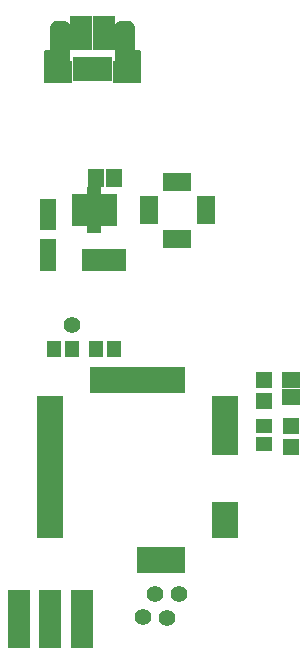
<source format=gtp>
G04*
G04 #@! TF.GenerationSoftware,Altium Limited,Altium Designer,20.2.7 (254)*
G04*
G04 Layer_Color=8421504*
%FSLAX44Y44*%
%MOMM*%
G71*
G04*
G04 #@! TF.SameCoordinates,376ED358-1AEA-4EEA-9480-C934229D8A07*
G04*
G04*
G04 #@! TF.FilePolarity,Positive*
G04*
G01*
G75*
%ADD14R,2.4000X1.5000*%
%ADD15R,1.5000X2.4000*%
%ADD16R,1.0000X0.6400*%
%ADD17R,2.0500X2.8000*%
%ADD18R,0.6500X1.0000*%
%ADD19R,1.8500X1.9500*%
%ADD20R,1.4000X1.5000*%
%ADD21R,1.4500X1.4500*%
%ADD22C,1.4000*%
%ADD23R,1.2000X1.4000*%
%ADD24R,1.4500X1.4000*%
%ADD25R,1.4000X1.2000*%
%ADD26R,0.8000X2.1500*%
%ADD27R,1.8250X2.9000*%
%ADD28R,1.9000X4.9000*%
%ADD29R,1.1000X2.2000*%
%ADD30R,2.2000X1.1000*%
%ADD31R,1.5000X1.4000*%
%ADD32R,2.4000X1.8600*%
G36*
X1975778Y1657458D02*
X1975824Y1657458D01*
X1976254Y1657438D01*
X1976265Y1657437D01*
X1976276Y1657437D01*
X1976362Y1657428D01*
X1976450Y1657420D01*
X1976460Y1657418D01*
X1976471Y1657416D01*
X1976886Y1657351D01*
X1976892Y1657350D01*
X1976898Y1657350D01*
X1976989Y1657330D01*
X1977078Y1657312D01*
X1977084Y1657310D01*
X1977090Y1657308D01*
X1977486Y1657203D01*
X1977494Y1657201D01*
X1977503Y1657198D01*
X1977588Y1657171D01*
X1977673Y1657144D01*
X1977681Y1657140D01*
X1977690Y1657137D01*
X1978080Y1656987D01*
X1978101Y1656978D01*
X1978123Y1656970D01*
X1978191Y1656938D01*
X1978260Y1656908D01*
X1978280Y1656896D01*
X1978301Y1656886D01*
X1978621Y1656716D01*
X1978653Y1656697D01*
X1978687Y1656680D01*
X1978996Y1656500D01*
X1979015Y1656488D01*
X1979034Y1656478D01*
X1979097Y1656434D01*
X1979161Y1656393D01*
X1979178Y1656380D01*
X1979196Y1656367D01*
X1979521Y1656122D01*
X1979553Y1656095D01*
X1979586Y1656071D01*
X1979629Y1656033D01*
X1979672Y1655996D01*
X1979701Y1655967D01*
X1979732Y1655939D01*
X1979997Y1655674D01*
X1980022Y1655647D01*
X1980048Y1655621D01*
X1980309Y1655341D01*
X1980334Y1655310D01*
X1980361Y1655282D01*
X1980397Y1655235D01*
X1980435Y1655190D01*
X1980457Y1655158D01*
X1980482Y1655126D01*
X1980692Y1654826D01*
X1980718Y1654785D01*
X1980746Y1654744D01*
X1980966Y1654394D01*
X1980988Y1654355D01*
X1981012Y1654317D01*
X1981037Y1654269D01*
X1981063Y1654223D01*
X1981081Y1654182D01*
X1981101Y1654141D01*
X1981261Y1653781D01*
X1981283Y1653726D01*
X1981306Y1653671D01*
X1981426Y1653351D01*
X1981448Y1653282D01*
X1981472Y1653213D01*
X1981522Y1653043D01*
X1981535Y1652990D01*
X1981550Y1652937D01*
X1981590Y1652767D01*
X1981596Y1652734D01*
X1981605Y1652701D01*
X1981645Y1652501D01*
X1981646Y1652492D01*
X1981648Y1652483D01*
X1981688Y1652273D01*
X1981694Y1652229D01*
X1981703Y1652185D01*
X1981708Y1652131D01*
X1981715Y1652078D01*
X1981717Y1652034D01*
X1981721Y1651989D01*
X1981732Y1651769D01*
X1981731Y1651723D01*
X1981734Y1651678D01*
Y1651458D01*
Y1630958D01*
Y1623958D01*
X1981724Y1623762D01*
X1981695Y1623568D01*
X1981647Y1623377D01*
X1981581Y1623192D01*
X1981497Y1623014D01*
X1981396Y1622846D01*
X1981279Y1622688D01*
X1981147Y1622542D01*
X1981001Y1622410D01*
X1980844Y1622293D01*
X1980675Y1622192D01*
X1980497Y1622108D01*
X1980312Y1622042D01*
X1980122Y1621994D01*
X1979927Y1621965D01*
X1979731Y1621956D01*
X1961481D01*
X1961285Y1621965D01*
X1961091Y1621994D01*
X1960900Y1622042D01*
X1960715Y1622108D01*
X1960537Y1622192D01*
X1960369Y1622293D01*
X1960211Y1622410D01*
X1960065Y1622542D01*
X1959933Y1622688D01*
X1959816Y1622846D01*
X1959715Y1623014D01*
X1959631Y1623192D01*
X1959565Y1623377D01*
X1959517Y1623568D01*
X1959488Y1623762D01*
X1959479Y1623958D01*
Y1630958D01*
X1959488Y1631154D01*
X1959517Y1631349D01*
X1959565Y1631539D01*
X1959631Y1631724D01*
X1959715Y1631902D01*
X1959816Y1632071D01*
X1959933Y1632229D01*
X1960065Y1632374D01*
X1960211Y1632506D01*
X1960369Y1632623D01*
X1960537Y1632724D01*
X1960715Y1632808D01*
X1960900Y1632874D01*
X1961091Y1632922D01*
X1961285Y1632951D01*
X1961481Y1632961D01*
X1964729D01*
Y1651458D01*
X1964731Y1651509D01*
X1964731Y1651561D01*
X1964751Y1651951D01*
X1964757Y1652004D01*
X1964760Y1652058D01*
X1964800Y1652438D01*
X1964806Y1652479D01*
X1964810Y1652520D01*
X1964821Y1652576D01*
X1964830Y1652632D01*
X1964840Y1652672D01*
X1964848Y1652713D01*
X1964893Y1652891D01*
X1964908Y1652942D01*
X1964921Y1652992D01*
X1964976Y1653174D01*
X1964976Y1653174D01*
X1965086Y1653533D01*
X1965109Y1653598D01*
X1965131Y1653664D01*
X1965143Y1653691D01*
X1965153Y1653718D01*
X1965182Y1653780D01*
X1965210Y1653844D01*
X1965400Y1654224D01*
X1965438Y1654291D01*
X1965474Y1654358D01*
X1965684Y1654708D01*
X1965687Y1654712D01*
X1965689Y1654717D01*
X1965743Y1654796D01*
X1965793Y1654872D01*
X1965796Y1654875D01*
X1965799Y1654880D01*
X1966039Y1655200D01*
X1966084Y1655254D01*
X1966128Y1655310D01*
X1966388Y1655610D01*
X1966417Y1655640D01*
X1966444Y1655672D01*
X1966485Y1655711D01*
X1966524Y1655752D01*
X1966556Y1655779D01*
X1966586Y1655808D01*
X1966896Y1656078D01*
X1966949Y1656120D01*
X1967002Y1656164D01*
X1967332Y1656414D01*
X1967368Y1656439D01*
X1967402Y1656465D01*
X1967448Y1656494D01*
X1967494Y1656525D01*
X1967532Y1656546D01*
X1967569Y1656569D01*
X1967929Y1656769D01*
X1967977Y1656792D01*
X1968025Y1656819D01*
X1968395Y1656999D01*
X1968439Y1657017D01*
X1968482Y1657038D01*
X1968529Y1657056D01*
X1968576Y1657076D01*
X1968621Y1657090D01*
X1968666Y1657107D01*
X1969076Y1657237D01*
X1969093Y1657242D01*
X1969110Y1657247D01*
X1969188Y1657267D01*
X1969266Y1657287D01*
X1969283Y1657290D01*
X1969301Y1657294D01*
X1969611Y1657354D01*
X1969667Y1657362D01*
X1969723Y1657372D01*
X1970093Y1657422D01*
X1970173Y1657429D01*
X1970253Y1657438D01*
X1970623Y1657458D01*
X1970677Y1657458D01*
X1970731Y1657461D01*
X1975731D01*
X1975778Y1657458D01*
D02*
G37*
G36*
X2030285Y1657458D02*
X2030339Y1657458D01*
X2030709Y1657438D01*
X2030789Y1657429D01*
X2030869Y1657422D01*
X2031239Y1657373D01*
X2031295Y1657362D01*
X2031352Y1657354D01*
X2031662Y1657294D01*
X2031679Y1657290D01*
X2031696Y1657287D01*
X2031774Y1657267D01*
X2031853Y1657247D01*
X2031869Y1657242D01*
X2031886Y1657237D01*
X2032296Y1657107D01*
X2032341Y1657090D01*
X2032386Y1657076D01*
X2032433Y1657056D01*
X2032480Y1657038D01*
X2032523Y1657018D01*
X2032567Y1656999D01*
X2032937Y1656819D01*
X2032985Y1656793D01*
X2033034Y1656769D01*
X2033394Y1656569D01*
X2033430Y1656546D01*
X2033468Y1656525D01*
X2033514Y1656494D01*
X2033560Y1656465D01*
X2033594Y1656439D01*
X2033630Y1656414D01*
X2033960Y1656164D01*
X2034013Y1656120D01*
X2034066Y1656078D01*
X2034376Y1655808D01*
X2034407Y1655779D01*
X2034438Y1655752D01*
X2034477Y1655711D01*
X2034518Y1655672D01*
X2034545Y1655640D01*
X2034574Y1655610D01*
X2034834Y1655310D01*
X2034878Y1655254D01*
X2034923Y1655200D01*
X2035163Y1654880D01*
X2035166Y1654875D01*
X2035169Y1654872D01*
X2035219Y1654797D01*
X2035273Y1654717D01*
X2035276Y1654712D01*
X2035278Y1654709D01*
X2035488Y1654359D01*
X2035524Y1654291D01*
X2035562Y1654224D01*
X2035752Y1653844D01*
X2035780Y1653780D01*
X2035809Y1653718D01*
X2035819Y1653691D01*
X2035831Y1653664D01*
X2035853Y1653598D01*
X2035876Y1653533D01*
X2035986Y1653174D01*
X2035986Y1653174D01*
X2036042Y1652992D01*
X2036054Y1652942D01*
X2036069Y1652891D01*
X2036114Y1652713D01*
X2036122Y1652672D01*
X2036132Y1652632D01*
X2036141Y1652576D01*
X2036152Y1652520D01*
X2036156Y1652479D01*
X2036163Y1652438D01*
X2036203Y1652058D01*
X2036205Y1652004D01*
X2036211Y1651951D01*
X2036231Y1651561D01*
X2036231Y1651509D01*
X2036234Y1651458D01*
Y1632961D01*
X2039481D01*
X2039677Y1632951D01*
X2039872Y1632922D01*
X2040062Y1632874D01*
X2040247Y1632808D01*
X2040425Y1632724D01*
X2040594Y1632623D01*
X2040751Y1632506D01*
X2040897Y1632374D01*
X2041029Y1632229D01*
X2041146Y1632071D01*
X2041247Y1631902D01*
X2041331Y1631725D01*
X2041397Y1631539D01*
X2041445Y1631349D01*
X2041474Y1631154D01*
X2041483Y1630958D01*
Y1623958D01*
X2041474Y1623762D01*
X2041445Y1623568D01*
X2041397Y1623377D01*
X2041331Y1623192D01*
X2041247Y1623014D01*
X2041146Y1622846D01*
X2041029Y1622688D01*
X2040897Y1622542D01*
X2040751Y1622410D01*
X2040594Y1622293D01*
X2040425Y1622192D01*
X2040247Y1622108D01*
X2040062Y1622042D01*
X2039872Y1621994D01*
X2039677Y1621965D01*
X2039481Y1621956D01*
X2021231D01*
X2021035Y1621965D01*
X2020840Y1621994D01*
X2020650Y1622042D01*
X2020465Y1622108D01*
X2020287Y1622192D01*
X2020119Y1622293D01*
X2019961Y1622410D01*
X2019815Y1622542D01*
X2019683Y1622688D01*
X2019566Y1622846D01*
X2019465Y1623014D01*
X2019381Y1623192D01*
X2019315Y1623377D01*
X2019267Y1623568D01*
X2019238Y1623762D01*
X2019229Y1623958D01*
Y1630958D01*
Y1651458D01*
Y1651678D01*
X2019231Y1651723D01*
X2019231Y1651769D01*
X2019241Y1651989D01*
X2019245Y1652034D01*
X2019247Y1652078D01*
X2019254Y1652131D01*
X2019259Y1652185D01*
X2019268Y1652229D01*
X2019274Y1652273D01*
X2019314Y1652483D01*
X2019316Y1652492D01*
X2019318Y1652501D01*
X2019357Y1652701D01*
X2019366Y1652734D01*
X2019372Y1652767D01*
X2019412Y1652937D01*
X2019427Y1652990D01*
X2019440Y1653043D01*
X2019490Y1653213D01*
X2019514Y1653282D01*
X2019536Y1653351D01*
X2019656Y1653671D01*
X2019680Y1653726D01*
X2019701Y1653781D01*
X2019861Y1654141D01*
X2019882Y1654182D01*
X2019900Y1654223D01*
X2019926Y1654269D01*
X2019950Y1654317D01*
X2019974Y1654355D01*
X2019996Y1654394D01*
X2020216Y1654744D01*
X2020244Y1654785D01*
X2020271Y1654826D01*
X2020481Y1655126D01*
X2020505Y1655158D01*
X2020527Y1655190D01*
X2020565Y1655235D01*
X2020601Y1655282D01*
X2020628Y1655310D01*
X2020654Y1655341D01*
X2020914Y1655621D01*
X2020941Y1655647D01*
X2020965Y1655674D01*
X2021230Y1655939D01*
X2021261Y1655967D01*
X2021290Y1655996D01*
X2021333Y1656033D01*
X2021376Y1656071D01*
X2021409Y1656096D01*
X2021441Y1656122D01*
X2021766Y1656367D01*
X2021784Y1656380D01*
X2021801Y1656393D01*
X2021865Y1656434D01*
X2021928Y1656478D01*
X2021947Y1656488D01*
X2021966Y1656500D01*
X2022276Y1656680D01*
X2022309Y1656697D01*
X2022342Y1656716D01*
X2022662Y1656886D01*
X2022683Y1656896D01*
X2022702Y1656908D01*
X2022771Y1656938D01*
X2022840Y1656970D01*
X2022861Y1656978D01*
X2022882Y1656987D01*
X2023272Y1657137D01*
X2023281Y1657140D01*
X2023289Y1657144D01*
X2023374Y1657171D01*
X2023459Y1657199D01*
X2023468Y1657201D01*
X2023477Y1657203D01*
X2023872Y1657308D01*
X2023878Y1657310D01*
X2023884Y1657312D01*
X2023973Y1657330D01*
X2024064Y1657350D01*
X2024070Y1657350D01*
X2024076Y1657352D01*
X2024491Y1657417D01*
X2024502Y1657418D01*
X2024512Y1657420D01*
X2024600Y1657428D01*
X2024687Y1657437D01*
X2024697Y1657437D01*
X2024708Y1657438D01*
X2025138Y1657458D01*
X2025185Y1657458D01*
X2025231Y1657461D01*
X2030231D01*
X2030285Y1657458D01*
D02*
G37*
D14*
X2072356Y1520958D02*
D03*
Y1472958D02*
D03*
D15*
X2096356Y1496958D02*
D03*
X2048356D02*
D03*
D16*
X2015856Y1486958D02*
D03*
Y1491958D02*
D03*
Y1496958D02*
D03*
Y1501958D02*
D03*
Y1506958D02*
D03*
X1987856D02*
D03*
Y1501958D02*
D03*
Y1496958D02*
D03*
Y1491958D02*
D03*
Y1486958D02*
D03*
D17*
X2001856Y1496958D02*
D03*
D18*
X1999356Y1482458D02*
D03*
X2004356D02*
D03*
X1999356Y1511458D02*
D03*
X2004356D02*
D03*
D19*
X2000481Y1454959D02*
D03*
X2019481D02*
D03*
D20*
X2018356Y1524458D02*
D03*
X2003856D02*
D03*
D21*
X1962801Y1499958D02*
D03*
Y1486958D02*
D03*
Y1465460D02*
D03*
Y1452460D02*
D03*
D22*
X2043525Y1152545D02*
D03*
X2053525Y1171958D02*
D03*
X2063525Y1152127D02*
D03*
X2073525Y1171958D02*
D03*
X1983356Y1399458D02*
D03*
D23*
X1968106Y1379208D02*
D03*
X1983106D02*
D03*
X2003525Y1379289D02*
D03*
X2018525D02*
D03*
D24*
X2168356Y1296458D02*
D03*
Y1314458D02*
D03*
X2145856Y1335458D02*
D03*
Y1353458D02*
D03*
D25*
Y1299458D02*
D03*
Y1314458D02*
D03*
D26*
X2000481Y1616208D02*
D03*
X2006981D02*
D03*
X2013481D02*
D03*
X1993981D02*
D03*
X1987481D02*
D03*
D27*
X2010106Y1646958D02*
D03*
X1990856D02*
D03*
D28*
X1964525Y1150687D02*
D03*
X1991195D02*
D03*
X1937855D02*
D03*
D29*
X2003525Y1353458D02*
D03*
X2013525D02*
D03*
X2023525D02*
D03*
X2033525D02*
D03*
X2043525D02*
D03*
X2053525D02*
D03*
X2063525D02*
D03*
X2073525D02*
D03*
Y1200458D02*
D03*
X2063525D02*
D03*
X2053525D02*
D03*
X2043525D02*
D03*
D30*
X2112525Y1334458D02*
D03*
Y1324458D02*
D03*
Y1314458D02*
D03*
Y1304458D02*
D03*
Y1294458D02*
D03*
Y1244458D02*
D03*
Y1234458D02*
D03*
Y1224458D02*
D03*
X1964525Y1334458D02*
D03*
Y1324458D02*
D03*
Y1314458D02*
D03*
Y1304458D02*
D03*
Y1294458D02*
D03*
Y1284458D02*
D03*
Y1274458D02*
D03*
Y1264458D02*
D03*
Y1254458D02*
D03*
Y1244458D02*
D03*
Y1234458D02*
D03*
Y1224458D02*
D03*
D31*
X2168356Y1353458D02*
D03*
Y1338958D02*
D03*
D32*
X1971481Y1614158D02*
D03*
X2029481D02*
D03*
M02*

</source>
